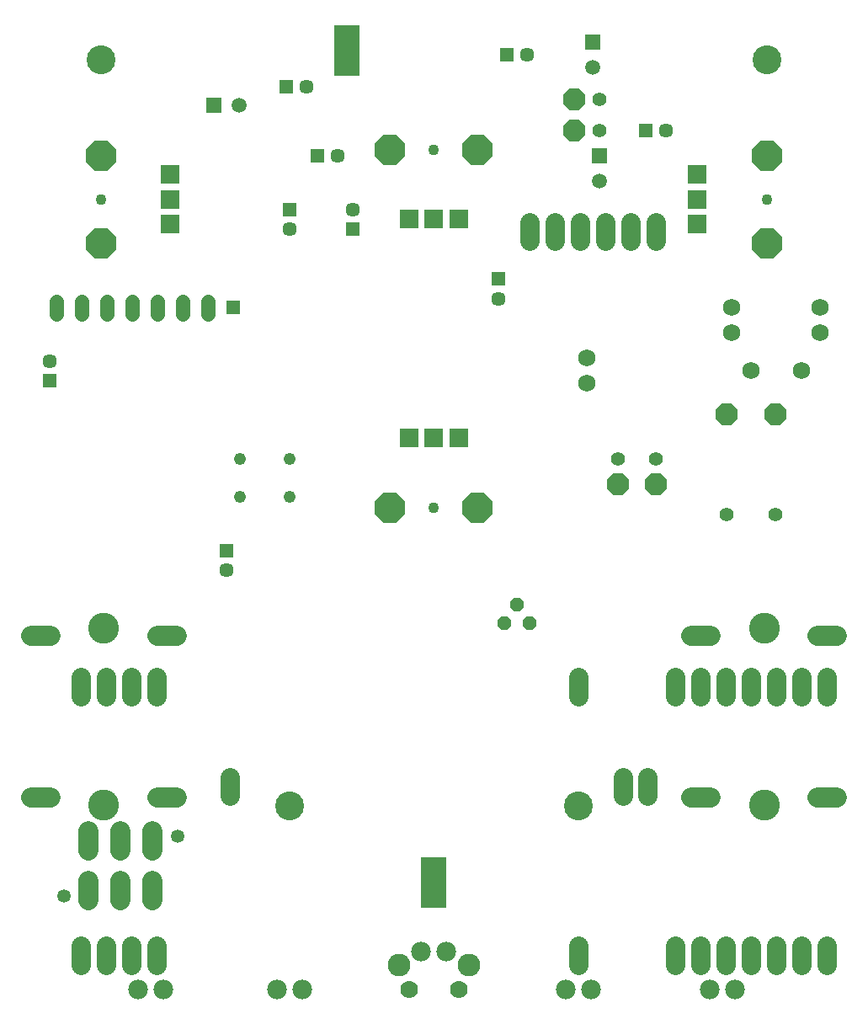
<source format=gbr>
G04 EAGLE Gerber X2 export*
%TF.Part,Single*%
%TF.FileFunction,Soldermask,Bot,1*%
%TF.FilePolarity,Positive*%
%TF.GenerationSoftware,Autodesk,EAGLE,9.2.2*%
%TF.CreationDate,2019-01-20T22:08:28Z*%
G75*
%MOMM*%
%FSLAX34Y34*%
%LPD*%
%INSoldermask Bottom*%
%AMOC8*
5,1,8,0,0,1.08239X$1,22.5*%
G01*
%ADD10R,1.451600X1.451600*%
%ADD11C,1.451600*%
%ADD12C,1.752600*%
%ADD13C,1.244600*%
%ADD14C,1.509600*%
%ADD15R,1.509600X1.509600*%
%ADD16C,1.981200*%
%ADD17R,1.981200X1.981200*%
%ADD18P,3.357141X8X22.500000*%
%ADD19C,1.101600*%
%ADD20R,1.422400X1.422400*%
%ADD21C,1.422400*%
%ADD22P,3.357141X8X112.500000*%
%ADD23P,3.357141X8X202.500000*%
%ADD24P,3.357141X8X292.500000*%
%ADD25C,2.051600*%
%ADD26C,3.101600*%
%ADD27P,2.446851X8X22.500000*%
%ADD28C,1.351600*%
%ADD29C,2.286000*%
%ADD30C,1.778000*%
%ADD31C,1.981200*%
%ADD32C,2.901600*%
%ADD33R,2.641600X5.181600*%
%ADD34P,1.539592X8X22.500000*%
%ADD35C,1.401600*%
%ADD36P,2.446851X8X202.500000*%


D10*
X88900Y637700D03*
D11*
X88900Y657700D03*
D10*
X393700Y790100D03*
D11*
X393700Y810100D03*
D10*
X330200Y810100D03*
D11*
X330200Y790100D03*
D12*
X628650Y635000D03*
X628650Y660400D03*
D10*
X358300Y863600D03*
D11*
X378300Y863600D03*
D13*
X329800Y520700D03*
X279800Y520700D03*
D10*
X326550Y933450D03*
D11*
X346550Y933450D03*
D14*
X279400Y914400D03*
D15*
X254000Y914400D03*
D16*
X571500Y796798D02*
X571500Y778002D01*
X596900Y778002D02*
X596900Y796798D01*
X622300Y796798D02*
X622300Y778002D01*
X647700Y778002D02*
X647700Y796798D01*
X673100Y796798D02*
X673100Y778002D01*
X698500Y778002D02*
X698500Y796798D01*
D17*
X210000Y845000D03*
X210000Y820000D03*
X210000Y795000D03*
D18*
X140000Y864000D03*
X140000Y776000D03*
D19*
X140000Y820000D03*
D20*
X273050Y711200D03*
D21*
X247650Y717804D02*
X247650Y704596D01*
X222250Y704596D02*
X222250Y717804D01*
X196850Y717804D02*
X196850Y704596D01*
X171450Y704596D02*
X171450Y717804D01*
X146050Y717804D02*
X146050Y704596D01*
X120650Y704596D02*
X120650Y717804D01*
X95250Y717804D02*
X95250Y704596D01*
D12*
X793750Y647700D03*
X844550Y647700D03*
D17*
X450000Y580000D03*
X475000Y580000D03*
X500000Y580000D03*
D22*
X431000Y510000D03*
X519000Y510000D03*
D19*
X475000Y510000D03*
D17*
X740000Y795000D03*
X740000Y820000D03*
X740000Y845000D03*
D23*
X810000Y776000D03*
X810000Y864000D03*
D19*
X810000Y820000D03*
D17*
X500000Y800000D03*
X475000Y800000D03*
X450000Y800000D03*
D24*
X519000Y870000D03*
X431000Y870000D03*
D19*
X475000Y870000D03*
D25*
X89250Y218850D02*
X69750Y218850D01*
X69750Y381150D02*
X89250Y381150D01*
X196750Y218850D02*
X216250Y218850D01*
X216250Y381150D02*
X196750Y381150D01*
D26*
X143000Y211100D03*
X143000Y388900D03*
D25*
X860950Y381150D02*
X880450Y381150D01*
X880450Y218850D02*
X860950Y218850D01*
X753450Y381150D02*
X733950Y381150D01*
X733950Y218850D02*
X753450Y218850D01*
D26*
X807200Y388900D03*
X807200Y211100D03*
D10*
X688500Y889000D03*
D11*
X708500Y889000D03*
D10*
X548800Y965200D03*
D11*
X568800Y965200D03*
D14*
X641350Y838200D03*
D15*
X641350Y863600D03*
D14*
X635000Y952500D03*
D15*
X635000Y977900D03*
D10*
X266700Y467200D03*
D11*
X266700Y447200D03*
D13*
X329800Y558800D03*
X279800Y558800D03*
D27*
X660400Y533400D03*
X698500Y533400D03*
D16*
X870000Y339398D02*
X870000Y320602D01*
X844600Y320602D02*
X844600Y339398D01*
X819200Y339398D02*
X819200Y320602D01*
X793800Y320602D02*
X793800Y339398D01*
X768400Y339398D02*
X768400Y320602D01*
X743000Y320602D02*
X743000Y339398D01*
X717600Y339398D02*
X717600Y320602D01*
D27*
X615950Y920750D03*
X615950Y889000D03*
D25*
X128000Y135000D02*
X128000Y115500D01*
X160000Y115500D02*
X160000Y135000D01*
X192000Y135000D02*
X192000Y115500D01*
X192000Y165000D02*
X192000Y184500D01*
X160000Y184500D02*
X160000Y165000D01*
X128000Y165000D02*
X128000Y184500D01*
D28*
X103000Y120000D03*
X217000Y180000D03*
D29*
X440000Y50400D03*
D30*
X500000Y25400D03*
X450000Y25400D03*
D29*
X510000Y50400D03*
D31*
X177800Y25400D03*
X203200Y25400D03*
X317500Y25400D03*
X342900Y25400D03*
X607300Y25400D03*
X632700Y25400D03*
X752300Y25400D03*
X777700Y25400D03*
D16*
X870000Y50602D02*
X870000Y69398D01*
X844600Y69398D02*
X844600Y50602D01*
X819200Y50602D02*
X819200Y69398D01*
X793800Y69398D02*
X793800Y50602D01*
X768400Y50602D02*
X768400Y69398D01*
X743000Y69398D02*
X743000Y50602D01*
X717600Y50602D02*
X717600Y69398D01*
X120000Y320602D02*
X120000Y339398D01*
X145400Y339398D02*
X145400Y320602D01*
X170800Y320602D02*
X170800Y339398D01*
X196200Y339398D02*
X196200Y320602D01*
X120000Y69398D02*
X120000Y50602D01*
X145400Y50602D02*
X145400Y69398D01*
X170800Y69398D02*
X170800Y50602D01*
X196200Y50602D02*
X196200Y69398D01*
D31*
X462300Y63500D03*
X487700Y63500D03*
D32*
X140000Y960000D03*
X810000Y960000D03*
D16*
X620000Y69398D02*
X620000Y50602D01*
X620000Y320602D02*
X620000Y339398D01*
D33*
X387350Y970000D03*
X475000Y133350D03*
D34*
X571500Y393700D03*
X558800Y412750D03*
X546100Y393700D03*
D12*
X774700Y711200D03*
X774700Y685800D03*
X863600Y711200D03*
X863600Y685800D03*
D32*
X330000Y210000D03*
X620000Y210000D03*
D10*
X539750Y740250D03*
D11*
X539750Y720250D03*
D35*
X641350Y889000D03*
X641350Y920750D03*
X660400Y558800D03*
X698500Y558800D03*
D36*
X818183Y604258D03*
D27*
X769512Y604258D03*
D35*
X818183Y502936D03*
X769512Y502936D03*
D16*
X270000Y239398D02*
X270000Y220602D01*
X690000Y220602D02*
X690000Y239398D01*
X665000Y239398D02*
X665000Y220602D01*
M02*

</source>
